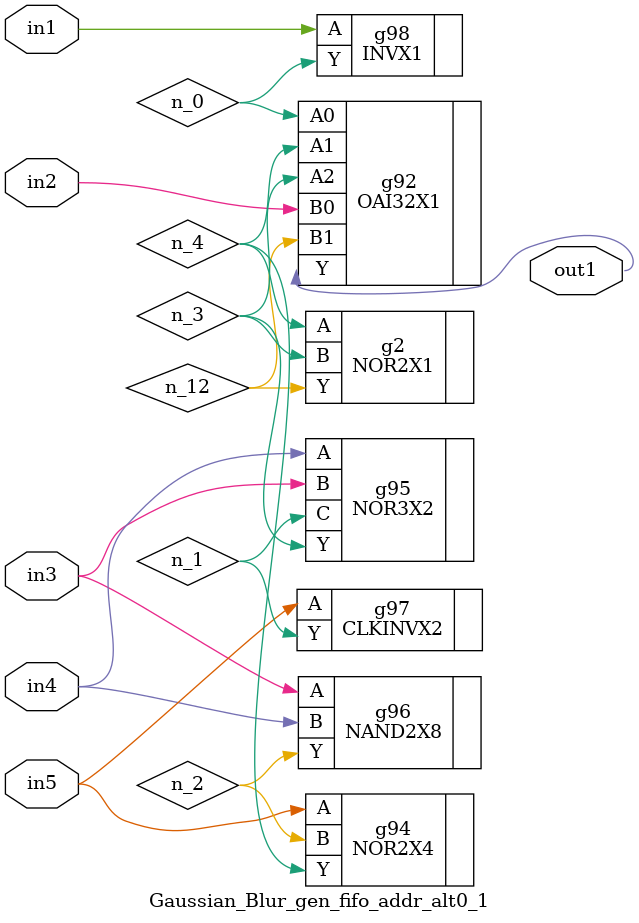
<source format=v>
`timescale 1ps / 1ps


module Gaussian_Blur_gen_fifo_addr_alt0_1(in1, in2, in3, in4, in5,
     out1);
  input in1, in2, in3, in4, in5;
  output out1;
  wire in1, in2, in3, in4, in5;
  wire out1;
  wire n_0, n_1, n_2, n_3, n_4, n_12;
  OAI32X1 g92(.A0 (n_0), .A1 (n_4), .A2 (n_3), .B0 (in2), .B1 (n_12),
       .Y (out1));
  NOR2X4 g94(.A (in5), .B (n_2), .Y (n_4));
  NOR3X2 g95(.A (in4), .B (in3), .C (n_1), .Y (n_3));
  NAND2X8 g96(.A (in3), .B (in4), .Y (n_2));
  CLKINVX2 g97(.A (in5), .Y (n_1));
  INVX1 g98(.A (in1), .Y (n_0));
  NOR2X1 g2(.A (n_4), .B (n_3), .Y (n_12));
endmodule


</source>
